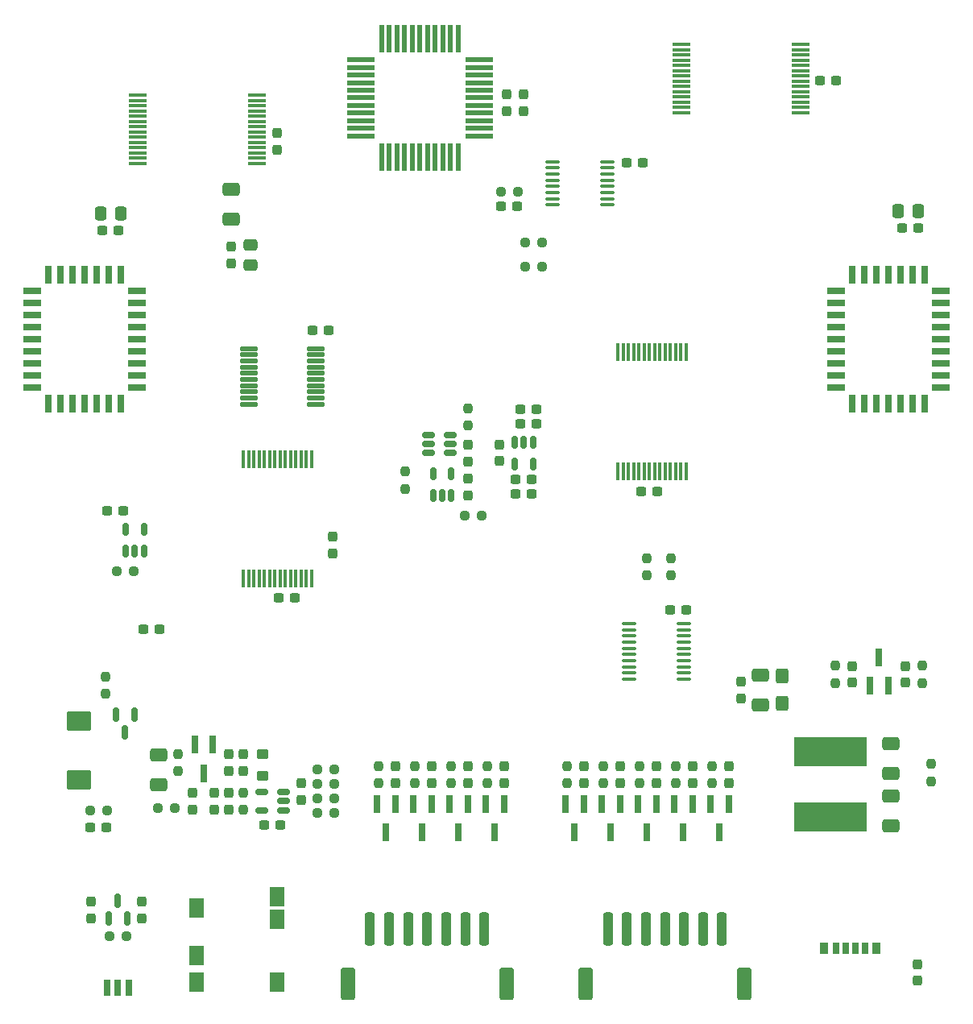
<source format=gbr>
%TF.GenerationSoftware,KiCad,Pcbnew,(6.0.7)*%
%TF.CreationDate,2022-07-29T13:47:02-04:00*%
%TF.ProjectId,ingameNES,696e6761-6d65-44e4-9553-2e6b69636164,1*%
%TF.SameCoordinates,Original*%
%TF.FileFunction,Paste,Top*%
%TF.FilePolarity,Positive*%
%FSLAX46Y46*%
G04 Gerber Fmt 4.6, Leading zero omitted, Abs format (unit mm)*
G04 Created by KiCad (PCBNEW (6.0.7)) date 2022-07-29 13:47:02*
%MOMM*%
%LPD*%
G01*
G04 APERTURE LIST*
G04 Aperture macros list*
%AMRoundRect*
0 Rectangle with rounded corners*
0 $1 Rounding radius*
0 $2 $3 $4 $5 $6 $7 $8 $9 X,Y pos of 4 corners*
0 Add a 4 corners polygon primitive as box body*
4,1,4,$2,$3,$4,$5,$6,$7,$8,$9,$2,$3,0*
0 Add four circle primitives for the rounded corners*
1,1,$1+$1,$2,$3*
1,1,$1+$1,$4,$5*
1,1,$1+$1,$6,$7*
1,1,$1+$1,$8,$9*
0 Add four rect primitives between the rounded corners*
20,1,$1+$1,$2,$3,$4,$5,0*
20,1,$1+$1,$4,$5,$6,$7,0*
20,1,$1+$1,$6,$7,$8,$9,0*
20,1,$1+$1,$8,$9,$2,$3,0*%
G04 Aperture macros list end*
%ADD10RoundRect,0.237500X-0.237500X0.300000X-0.237500X-0.300000X0.237500X-0.300000X0.237500X0.300000X0*%
%ADD11R,1.870000X0.380000*%
%ADD12RoundRect,0.237500X0.237500X-0.300000X0.237500X0.300000X-0.237500X0.300000X-0.237500X-0.300000X0*%
%ADD13RoundRect,0.250000X0.337500X0.475000X-0.337500X0.475000X-0.337500X-0.475000X0.337500X-0.475000X0*%
%ADD14RoundRect,0.237500X0.237500X-0.250000X0.237500X0.250000X-0.237500X0.250000X-0.237500X-0.250000X0*%
%ADD15RoundRect,0.237500X0.300000X0.237500X-0.300000X0.237500X-0.300000X-0.237500X0.300000X-0.237500X0*%
%ADD16R,0.380000X1.870000*%
%ADD17RoundRect,0.237500X-0.300000X-0.237500X0.300000X-0.237500X0.300000X0.237500X-0.300000X0.237500X0*%
%ADD18R,0.700000X1.150000*%
%ADD19R,0.800000X1.150000*%
%ADD20R,0.900000X1.150000*%
%ADD21RoundRect,0.237500X0.237500X-0.287500X0.237500X0.287500X-0.237500X0.287500X-0.237500X-0.287500X0*%
%ADD22RoundRect,0.100000X-0.637500X-0.100000X0.637500X-0.100000X0.637500X0.100000X-0.637500X0.100000X0*%
%ADD23RoundRect,0.125000X-0.825000X-0.125000X0.825000X-0.125000X0.825000X0.125000X-0.825000X0.125000X0*%
%ADD24RoundRect,0.250000X-0.250000X-1.500000X0.250000X-1.500000X0.250000X1.500000X-0.250000X1.500000X0*%
%ADD25RoundRect,0.250001X-0.499999X-1.449999X0.499999X-1.449999X0.499999X1.449999X-0.499999X1.449999X0*%
%ADD26R,1.600000X2.000000*%
%ADD27R,0.800000X1.900000*%
%ADD28RoundRect,0.237500X-0.237500X0.250000X-0.237500X-0.250000X0.237500X-0.250000X0.237500X0.250000X0*%
%ADD29RoundRect,0.150000X-0.150000X0.512500X-0.150000X-0.512500X0.150000X-0.512500X0.150000X0.512500X0*%
%ADD30RoundRect,0.150000X0.150000X-0.512500X0.150000X0.512500X-0.150000X0.512500X-0.150000X-0.512500X0*%
%ADD31RoundRect,0.237500X0.250000X0.237500X-0.250000X0.237500X-0.250000X-0.237500X0.250000X-0.237500X0*%
%ADD32RoundRect,0.237500X-0.250000X-0.237500X0.250000X-0.237500X0.250000X0.237500X-0.250000X0.237500X0*%
%ADD33RoundRect,0.190000X-0.190000X-0.765000X0.190000X-0.765000X0.190000X0.765000X-0.190000X0.765000X0*%
%ADD34RoundRect,0.190000X0.765000X-0.190000X0.765000X0.190000X-0.765000X0.190000X-0.765000X-0.190000X0*%
%ADD35RoundRect,0.190000X0.190000X0.765000X-0.190000X0.765000X-0.190000X-0.765000X0.190000X-0.765000X0*%
%ADD36RoundRect,0.190000X-0.765000X0.190000X-0.765000X-0.190000X0.765000X-0.190000X0.765000X0.190000X0*%
%ADD37RoundRect,0.250000X0.425000X-0.537500X0.425000X0.537500X-0.425000X0.537500X-0.425000X-0.537500X0*%
%ADD38RoundRect,0.250000X-0.650000X0.412500X-0.650000X-0.412500X0.650000X-0.412500X0.650000X0.412500X0*%
%ADD39RoundRect,0.150000X0.150000X-0.587500X0.150000X0.587500X-0.150000X0.587500X-0.150000X-0.587500X0*%
%ADD40R,3.000000X0.550000*%
%ADD41R,0.550000X3.000000*%
%ADD42RoundRect,0.150000X-0.150000X0.587500X-0.150000X-0.587500X0.150000X-0.587500X0.150000X0.587500X0*%
%ADD43RoundRect,0.250000X0.650000X-0.412500X0.650000X0.412500X-0.650000X0.412500X-0.650000X-0.412500X0*%
%ADD44RoundRect,0.250000X-1.025000X0.787500X-1.025000X-0.787500X1.025000X-0.787500X1.025000X0.787500X0*%
%ADD45RoundRect,0.150000X-0.512500X-0.150000X0.512500X-0.150000X0.512500X0.150000X-0.512500X0.150000X0*%
%ADD46RoundRect,0.150000X0.512500X0.150000X-0.512500X0.150000X-0.512500X-0.150000X0.512500X-0.150000X0*%
%ADD47R,0.800000X1.800000*%
%ADD48R,7.700000X3.100000*%
%ADD49RoundRect,0.250000X0.475000X-0.337500X0.475000X0.337500X-0.475000X0.337500X-0.475000X-0.337500X0*%
%ADD50RoundRect,0.250000X0.350000X-0.275000X0.350000X0.275000X-0.350000X0.275000X-0.350000X-0.275000X0*%
G04 APERTURE END LIST*
D10*
X95504000Y-171857500D03*
X95504000Y-173582500D03*
X99314000Y-171857500D03*
X99314000Y-173582500D03*
X103124000Y-171857500D03*
X103124000Y-173582500D03*
D11*
X134286000Y-99293000D03*
X134286000Y-98743000D03*
X134286000Y-98193000D03*
X134286000Y-97643000D03*
X134286000Y-97093000D03*
X134286000Y-96543000D03*
X134286000Y-95993000D03*
X121746000Y-95993000D03*
X121746000Y-96543000D03*
X121746000Y-97093000D03*
X121746000Y-97643000D03*
X121746000Y-98193000D03*
X121746000Y-98743000D03*
X121746000Y-99293000D03*
X121746000Y-99843000D03*
X121746000Y-100393000D03*
X121746000Y-100943000D03*
X121746000Y-101493000D03*
X121746000Y-102043000D03*
X121746000Y-102593000D03*
X121746000Y-103143000D03*
X134286000Y-103143000D03*
X134286000Y-102593000D03*
X134286000Y-102043000D03*
X134286000Y-101493000D03*
X134286000Y-100943000D03*
X134286000Y-100393000D03*
X134286000Y-99843000D03*
D12*
X74422000Y-118972500D03*
X74422000Y-117247500D03*
D13*
X146579500Y-113538000D03*
X144504500Y-113538000D03*
D14*
X93726000Y-173632500D03*
X93726000Y-171807500D03*
X97536000Y-173632500D03*
X97536000Y-171807500D03*
X101346000Y-173632500D03*
X101346000Y-171807500D03*
D15*
X62584500Y-115570000D03*
X60859500Y-115570000D03*
X81126500Y-154178000D03*
X79401500Y-154178000D03*
D16*
X79523000Y-152137000D03*
X80073000Y-152137000D03*
X80623000Y-152137000D03*
X81173000Y-152137000D03*
X81723000Y-152137000D03*
X82273000Y-152137000D03*
X82823000Y-152137000D03*
X82823000Y-139597000D03*
X82273000Y-139597000D03*
X81723000Y-139597000D03*
X81173000Y-139597000D03*
X80623000Y-139597000D03*
X80073000Y-139597000D03*
X79523000Y-139597000D03*
X78973000Y-139597000D03*
X78423000Y-139597000D03*
X77873000Y-139597000D03*
X77323000Y-139597000D03*
X76773000Y-139597000D03*
X76223000Y-139597000D03*
X75673000Y-139597000D03*
X75673000Y-152137000D03*
X76223000Y-152137000D03*
X76773000Y-152137000D03*
X77323000Y-152137000D03*
X77873000Y-152137000D03*
X78423000Y-152137000D03*
X78973000Y-152137000D03*
D17*
X120549500Y-155448000D03*
X122274500Y-155448000D03*
D10*
X91694000Y-171857500D03*
X91694000Y-173582500D03*
D14*
X89916000Y-173632500D03*
X89916000Y-171807500D03*
D18*
X139000000Y-191000000D03*
D19*
X141020000Y-191000000D03*
D20*
X142250000Y-191000000D03*
D18*
X140000000Y-191000000D03*
D19*
X137980000Y-191000000D03*
D20*
X136750000Y-191000000D03*
D21*
X146500000Y-194375000D03*
X146500000Y-192625000D03*
D22*
X108204000Y-108316000D03*
X108204000Y-108966000D03*
X108204000Y-109616000D03*
X108204000Y-110266000D03*
X108204000Y-110916000D03*
X108204000Y-111566000D03*
X108204000Y-112216000D03*
X108204000Y-112866000D03*
X113929000Y-112866000D03*
X113929000Y-112216000D03*
X113929000Y-111566000D03*
X113929000Y-110916000D03*
X113929000Y-110266000D03*
X113929000Y-109616000D03*
X113929000Y-108966000D03*
X113929000Y-108316000D03*
D23*
X76256000Y-127956000D03*
X76256000Y-128606000D03*
X76256000Y-129256000D03*
X76256000Y-129906000D03*
X76256000Y-130556000D03*
X76256000Y-131206000D03*
X76256000Y-131856000D03*
X76256000Y-132506000D03*
X76256000Y-133156000D03*
X76256000Y-133806000D03*
X83256000Y-133806000D03*
X83256000Y-133156000D03*
X83256000Y-132506000D03*
X83256000Y-131856000D03*
X83256000Y-131206000D03*
X83256000Y-130556000D03*
X83256000Y-129906000D03*
X83256000Y-129256000D03*
X83256000Y-128606000D03*
X83256000Y-127956000D03*
D15*
X84682500Y-126055000D03*
X82957500Y-126055000D03*
D24*
X89000000Y-188920000D03*
X91000000Y-188920000D03*
X93000000Y-188920000D03*
X95000000Y-188920000D03*
X97000000Y-188920000D03*
X99000000Y-188920000D03*
X101000000Y-188920000D03*
D25*
X86650000Y-194670000D03*
X103350000Y-194670000D03*
D24*
X114000000Y-188920000D03*
X116000000Y-188920000D03*
X118000000Y-188920000D03*
X120000000Y-188920000D03*
X122000000Y-188920000D03*
X124000000Y-188920000D03*
X126000000Y-188920000D03*
D25*
X111650000Y-194670000D03*
X128350000Y-194670000D03*
D17*
X65177500Y-157480000D03*
X66902500Y-157480000D03*
D12*
X85090000Y-149452500D03*
X85090000Y-147727500D03*
D17*
X61367500Y-145034000D03*
X63092500Y-145034000D03*
D12*
X74168000Y-172312500D03*
X74168000Y-170587500D03*
D26*
X70750000Y-191750000D03*
X70750000Y-186700000D03*
X79250000Y-194500000D03*
X70750000Y-194500000D03*
X79250000Y-187950000D03*
X79250000Y-185550000D03*
D27*
X95438000Y-175816000D03*
X93538000Y-175816000D03*
X94488000Y-178816000D03*
X99248000Y-175816000D03*
X97348000Y-175816000D03*
X98298000Y-178816000D03*
D17*
X104801500Y-135890000D03*
X106526500Y-135890000D03*
X104801500Y-134366000D03*
X106526500Y-134366000D03*
D10*
X102616000Y-138035500D03*
X102616000Y-139760500D03*
D28*
X148000000Y-171587500D03*
X148000000Y-173412500D03*
D14*
X99314000Y-136040500D03*
X99314000Y-134215500D03*
D29*
X106106000Y-137800500D03*
X105156000Y-137800500D03*
X104206000Y-137800500D03*
X104206000Y-140075500D03*
X106106000Y-140075500D03*
D17*
X104293500Y-143256000D03*
X106018500Y-143256000D03*
D14*
X147066000Y-163121500D03*
X147066000Y-161296500D03*
D30*
X95610000Y-143357500D03*
X96560000Y-143357500D03*
X97510000Y-143357500D03*
X97510000Y-141082500D03*
X95610000Y-141082500D03*
D15*
X117702500Y-108458000D03*
X115977500Y-108458000D03*
D10*
X59690000Y-186081500D03*
X59690000Y-187806500D03*
X115316000Y-171857500D03*
X115316000Y-173582500D03*
D14*
X113538000Y-173632500D03*
X113538000Y-171807500D03*
X120650000Y-151788500D03*
X120650000Y-149963500D03*
D10*
X128016000Y-162967500D03*
X128016000Y-164692500D03*
D31*
X63396500Y-189738000D03*
X61571500Y-189738000D03*
D14*
X118110000Y-151788500D03*
X118110000Y-149963500D03*
D31*
X85240500Y-173736000D03*
X83415500Y-173736000D03*
D12*
X81788000Y-175360500D03*
X81788000Y-173635500D03*
D32*
X83415500Y-172212000D03*
X85240500Y-172212000D03*
D15*
X79602500Y-178054000D03*
X77877500Y-178054000D03*
D32*
X83415500Y-176784000D03*
X85240500Y-176784000D03*
D31*
X85240500Y-175260000D03*
X83415500Y-175260000D03*
D12*
X74168000Y-176376500D03*
X74168000Y-174651500D03*
D14*
X124968000Y-173632500D03*
X124968000Y-171807500D03*
X121158000Y-173632500D03*
X121158000Y-171807500D03*
X117348000Y-173632500D03*
X117348000Y-171807500D03*
D10*
X111506000Y-171857500D03*
X111506000Y-173582500D03*
D30*
X63312000Y-149219500D03*
X64262000Y-149219500D03*
X65212000Y-149219500D03*
X65212000Y-146944500D03*
X63312000Y-146944500D03*
D10*
X126746000Y-171857500D03*
X126746000Y-173582500D03*
X122936000Y-171857500D03*
X122936000Y-173582500D03*
D14*
X109728000Y-173632500D03*
X109728000Y-171807500D03*
D10*
X119126000Y-171857500D03*
X119126000Y-173582500D03*
D33*
X143510000Y-120220000D03*
X142240000Y-120220000D03*
X140970000Y-120220000D03*
X139700000Y-120220000D03*
D34*
X138000000Y-121920000D03*
X138000000Y-123190000D03*
X138000000Y-124460000D03*
X138000000Y-125730000D03*
X138000000Y-127000000D03*
X138000000Y-128270000D03*
X138000000Y-129540000D03*
X138000000Y-130810000D03*
X138000000Y-132080000D03*
D35*
X139700000Y-133780000D03*
X140970000Y-133780000D03*
X142240000Y-133780000D03*
X143510000Y-133780000D03*
X144780000Y-133780000D03*
X146050000Y-133780000D03*
X147320000Y-133780000D03*
D36*
X149020000Y-132080000D03*
X149020000Y-130810000D03*
X149020000Y-129540000D03*
X149020000Y-128270000D03*
X149020000Y-127000000D03*
X149020000Y-125730000D03*
X149020000Y-124460000D03*
X149020000Y-123190000D03*
X149020000Y-121920000D03*
D33*
X147320000Y-120220000D03*
X146050000Y-120220000D03*
X144780000Y-120220000D03*
D37*
X132334000Y-165267500D03*
X132334000Y-162392500D03*
D15*
X146658500Y-115316000D03*
X144933500Y-115316000D03*
D33*
X59000000Y-120220000D03*
X57730000Y-120220000D03*
X56460000Y-120220000D03*
X55190000Y-120220000D03*
D34*
X53490000Y-121920000D03*
X53490000Y-123190000D03*
X53490000Y-124460000D03*
X53490000Y-125730000D03*
X53490000Y-127000000D03*
X53490000Y-128270000D03*
X53490000Y-129540000D03*
X53490000Y-130810000D03*
X53490000Y-132080000D03*
D35*
X55190000Y-133780000D03*
X56460000Y-133780000D03*
X57730000Y-133780000D03*
X59000000Y-133780000D03*
X60270000Y-133780000D03*
X61540000Y-133780000D03*
X62810000Y-133780000D03*
D36*
X64510000Y-132080000D03*
X64510000Y-130810000D03*
X64510000Y-129540000D03*
X64510000Y-128270000D03*
X64510000Y-127000000D03*
X64510000Y-125730000D03*
X64510000Y-124460000D03*
X64510000Y-123190000D03*
X64510000Y-121920000D03*
D33*
X62810000Y-120220000D03*
X61540000Y-120220000D03*
X60270000Y-120220000D03*
D12*
X145288000Y-163071500D03*
X145288000Y-161346500D03*
X99314000Y-143356500D03*
X99314000Y-141631500D03*
D14*
X137922000Y-163121500D03*
X137922000Y-161296500D03*
D12*
X139700000Y-163071500D03*
X139700000Y-161346500D03*
D38*
X143764000Y-169437500D03*
X143764000Y-172562500D03*
D14*
X75692000Y-176426500D03*
X75692000Y-174601500D03*
D28*
X61214000Y-162409500D03*
X61214000Y-164234500D03*
D27*
X72451000Y-169569000D03*
X70551000Y-169569000D03*
X71501000Y-172569000D03*
X91628000Y-175816000D03*
X89728000Y-175816000D03*
X90678000Y-178816000D03*
D13*
X62759500Y-113792000D03*
X60684500Y-113792000D03*
D31*
X107084500Y-119380000D03*
X105259500Y-119380000D03*
D10*
X103378000Y-101245500D03*
X103378000Y-102970500D03*
D27*
X119060000Y-175816000D03*
X117160000Y-175816000D03*
X118110000Y-178816000D03*
D32*
X66651500Y-176276000D03*
X68476500Y-176276000D03*
D39*
X61534000Y-187881500D03*
X63434000Y-187881500D03*
X62484000Y-186006500D03*
D12*
X79248000Y-107034500D03*
X79248000Y-105309500D03*
D28*
X68834000Y-170537500D03*
X68834000Y-172362500D03*
D15*
X119226500Y-143002000D03*
X117501500Y-143002000D03*
D27*
X141544000Y-163376500D03*
X143444000Y-163376500D03*
X142494000Y-160376500D03*
D12*
X70358000Y-176376500D03*
X70358000Y-174651500D03*
D40*
X88034000Y-97600000D03*
X88034000Y-98400000D03*
X88034000Y-99200000D03*
X88034000Y-100000000D03*
X88034000Y-100800000D03*
X88034000Y-101600000D03*
X88034000Y-102400000D03*
X88034000Y-103200000D03*
X88034000Y-104000000D03*
X88034000Y-104800000D03*
X88034000Y-105600000D03*
D41*
X90234000Y-107800000D03*
X91034000Y-107800000D03*
X91834000Y-107800000D03*
X92634000Y-107800000D03*
X93434000Y-107800000D03*
X94234000Y-107800000D03*
X95034000Y-107800000D03*
X95834000Y-107800000D03*
X96634000Y-107800000D03*
X97434000Y-107800000D03*
X98234000Y-107800000D03*
D40*
X100434000Y-105600000D03*
X100434000Y-104800000D03*
X100434000Y-104000000D03*
X100434000Y-103200000D03*
X100434000Y-102400000D03*
X100434000Y-101600000D03*
X100434000Y-100800000D03*
X100434000Y-100000000D03*
X100434000Y-99200000D03*
X100434000Y-98400000D03*
X100434000Y-97600000D03*
D41*
X98234000Y-95400000D03*
X97434000Y-95400000D03*
X96634000Y-95400000D03*
X95834000Y-95400000D03*
X95034000Y-95400000D03*
X94234000Y-95400000D03*
X93434000Y-95400000D03*
X92634000Y-95400000D03*
X91834000Y-95400000D03*
X91034000Y-95400000D03*
X90234000Y-95400000D03*
D27*
X111440000Y-175816000D03*
X109540000Y-175816000D03*
X110490000Y-178816000D03*
D16*
X118893000Y-140890000D03*
X119443000Y-140890000D03*
X119993000Y-140890000D03*
X120543000Y-140890000D03*
X121093000Y-140890000D03*
X121643000Y-140890000D03*
X122193000Y-140890000D03*
X122193000Y-128350000D03*
X121643000Y-128350000D03*
X121093000Y-128350000D03*
X120543000Y-128350000D03*
X119993000Y-128350000D03*
X119443000Y-128350000D03*
X118893000Y-128350000D03*
X118343000Y-128350000D03*
X117793000Y-128350000D03*
X117243000Y-128350000D03*
X116693000Y-128350000D03*
X116143000Y-128350000D03*
X115593000Y-128350000D03*
X115043000Y-128350000D03*
X115043000Y-140890000D03*
X115593000Y-140890000D03*
X116143000Y-140890000D03*
X116693000Y-140890000D03*
X117243000Y-140890000D03*
X117793000Y-140890000D03*
X118343000Y-140890000D03*
D31*
X107084500Y-116840000D03*
X105259500Y-116840000D03*
D15*
X138022500Y-99822000D03*
X136297500Y-99822000D03*
D10*
X105156000Y-101245500D03*
X105156000Y-102970500D03*
D22*
X116263500Y-156841000D03*
X116263500Y-157491000D03*
X116263500Y-158141000D03*
X116263500Y-158791000D03*
X116263500Y-159441000D03*
X116263500Y-160091000D03*
X116263500Y-160741000D03*
X116263500Y-161391000D03*
X116263500Y-162041000D03*
X116263500Y-162691000D03*
X121988500Y-162691000D03*
X121988500Y-162041000D03*
X121988500Y-161391000D03*
X121988500Y-160741000D03*
X121988500Y-160091000D03*
X121988500Y-159441000D03*
X121988500Y-158791000D03*
X121988500Y-158141000D03*
X121988500Y-157491000D03*
X121988500Y-156841000D03*
D42*
X64196000Y-166448500D03*
X62296000Y-166448500D03*
X63246000Y-168323500D03*
D27*
X115250000Y-175816000D03*
X113350000Y-175816000D03*
X114300000Y-178816000D03*
D31*
X100734500Y-145542000D03*
X98909500Y-145542000D03*
D27*
X103058000Y-175816000D03*
X101158000Y-175816000D03*
X102108000Y-178816000D03*
D11*
X77136000Y-104627000D03*
X77136000Y-104077000D03*
X77136000Y-103527000D03*
X77136000Y-102977000D03*
X77136000Y-102427000D03*
X77136000Y-101877000D03*
X77136000Y-101327000D03*
X64596000Y-101327000D03*
X64596000Y-101877000D03*
X64596000Y-102427000D03*
X64596000Y-102977000D03*
X64596000Y-103527000D03*
X64596000Y-104077000D03*
X64596000Y-104627000D03*
X64596000Y-105177000D03*
X64596000Y-105727000D03*
X64596000Y-106277000D03*
X64596000Y-106827000D03*
X64596000Y-107377000D03*
X64596000Y-107927000D03*
X64596000Y-108477000D03*
X77136000Y-108477000D03*
X77136000Y-107927000D03*
X77136000Y-107377000D03*
X77136000Y-106827000D03*
X77136000Y-106277000D03*
X77136000Y-105727000D03*
X77136000Y-105177000D03*
D10*
X65024000Y-186081500D03*
X65024000Y-187806500D03*
D28*
X92710000Y-140857500D03*
X92710000Y-142682500D03*
D43*
X130048000Y-165392500D03*
X130048000Y-162267500D03*
D27*
X122870000Y-175816000D03*
X120970000Y-175816000D03*
X121920000Y-178816000D03*
D44*
X58420000Y-167067500D03*
X58420000Y-173292500D03*
D10*
X72644000Y-174651500D03*
X72644000Y-176376500D03*
D38*
X66802000Y-170649500D03*
X66802000Y-173774500D03*
D15*
X61314500Y-178308000D03*
X59589500Y-178308000D03*
D45*
X95172500Y-137020000D03*
X95172500Y-137970000D03*
X95172500Y-138920000D03*
X97447500Y-138920000D03*
X97447500Y-137970000D03*
X97447500Y-137020000D03*
D46*
X79877500Y-176464000D03*
X79877500Y-175514000D03*
X79877500Y-174564000D03*
X77602500Y-174564000D03*
X77602500Y-176464000D03*
D17*
X102769500Y-113030000D03*
X104494500Y-113030000D03*
D12*
X75692000Y-172312500D03*
X75692000Y-170587500D03*
D27*
X126680000Y-175816000D03*
X124780000Y-175816000D03*
X125730000Y-178816000D03*
D47*
X63650000Y-195150000D03*
X61350000Y-195150000D03*
X62500000Y-195150000D03*
D48*
X137414000Y-177186000D03*
X137414000Y-170286000D03*
D17*
X104293500Y-141732000D03*
X106018500Y-141732000D03*
D49*
X76454000Y-119147500D03*
X76454000Y-117072500D03*
D12*
X99314000Y-139800500D03*
X99314000Y-138075500D03*
D31*
X104544500Y-111506000D03*
X102719500Y-111506000D03*
D32*
X62333500Y-151384000D03*
X64158500Y-151384000D03*
D50*
X77724000Y-172854000D03*
X77724000Y-170554000D03*
D43*
X74422000Y-114338500D03*
X74422000Y-111213500D03*
D32*
X59539500Y-176530000D03*
X61364500Y-176530000D03*
D43*
X143764000Y-178092500D03*
X143764000Y-174967500D03*
M02*

</source>
